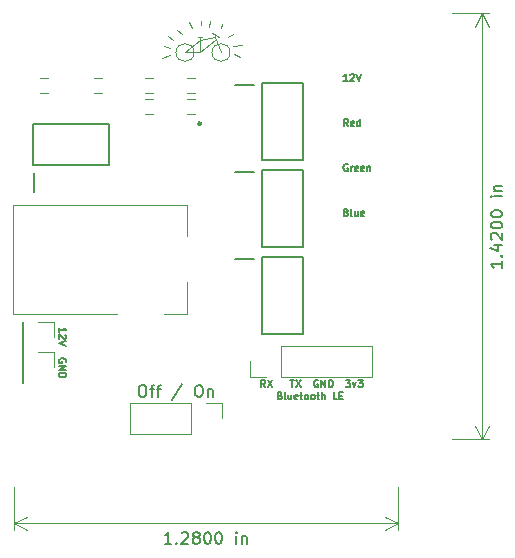
<source format=gbr>
G04 #@! TF.GenerationSoftware,KiCad,Pcbnew,(5.1.5)-3*
G04 #@! TF.CreationDate,2020-08-28T15:18:22-04:00*
G04 #@! TF.ProjectId,BikeLightComputerRev2,42696b65-4c69-4676-9874-436f6d707574,rev?*
G04 #@! TF.SameCoordinates,Original*
G04 #@! TF.FileFunction,Legend,Top*
G04 #@! TF.FilePolarity,Positive*
%FSLAX46Y46*%
G04 Gerber Fmt 4.6, Leading zero omitted, Abs format (unit mm)*
G04 Created by KiCad (PCBNEW (5.1.5)-3) date 2020-08-28 15:18:22*
%MOMM*%
%LPD*%
G04 APERTURE LIST*
%ADD10C,0.150000*%
%ADD11C,0.120000*%
%ADD12C,0.250000*%
%ADD13C,0.200000*%
G04 APERTURE END LIST*
D10*
X185110380Y-80906571D02*
X185110380Y-81478000D01*
X185110380Y-81192285D02*
X184110380Y-81192285D01*
X184253238Y-81287523D01*
X184348476Y-81382761D01*
X184396095Y-81478000D01*
X185015142Y-80478000D02*
X185062761Y-80430380D01*
X185110380Y-80478000D01*
X185062761Y-80525619D01*
X185015142Y-80478000D01*
X185110380Y-80478000D01*
X184443714Y-79573238D02*
X185110380Y-79573238D01*
X184062761Y-79811333D02*
X184777047Y-80049428D01*
X184777047Y-79430380D01*
X184205619Y-79097047D02*
X184158000Y-79049428D01*
X184110380Y-78954190D01*
X184110380Y-78716095D01*
X184158000Y-78620857D01*
X184205619Y-78573238D01*
X184300857Y-78525619D01*
X184396095Y-78525619D01*
X184538952Y-78573238D01*
X185110380Y-79144666D01*
X185110380Y-78525619D01*
X184110380Y-77906571D02*
X184110380Y-77811333D01*
X184158000Y-77716095D01*
X184205619Y-77668476D01*
X184300857Y-77620857D01*
X184491333Y-77573238D01*
X184729428Y-77573238D01*
X184919904Y-77620857D01*
X185015142Y-77668476D01*
X185062761Y-77716095D01*
X185110380Y-77811333D01*
X185110380Y-77906571D01*
X185062761Y-78001809D01*
X185015142Y-78049428D01*
X184919904Y-78097047D01*
X184729428Y-78144666D01*
X184491333Y-78144666D01*
X184300857Y-78097047D01*
X184205619Y-78049428D01*
X184158000Y-78001809D01*
X184110380Y-77906571D01*
X184110380Y-76954190D02*
X184110380Y-76858952D01*
X184158000Y-76763714D01*
X184205619Y-76716095D01*
X184300857Y-76668476D01*
X184491333Y-76620857D01*
X184729428Y-76620857D01*
X184919904Y-76668476D01*
X185015142Y-76716095D01*
X185062761Y-76763714D01*
X185110380Y-76858952D01*
X185110380Y-76954190D01*
X185062761Y-77049428D01*
X185015142Y-77097047D01*
X184919904Y-77144666D01*
X184729428Y-77192285D01*
X184491333Y-77192285D01*
X184300857Y-77144666D01*
X184205619Y-77097047D01*
X184158000Y-77049428D01*
X184110380Y-76954190D01*
X185110380Y-75430380D02*
X184443714Y-75430380D01*
X184110380Y-75430380D02*
X184158000Y-75478000D01*
X184205619Y-75430380D01*
X184158000Y-75382761D01*
X184110380Y-75430380D01*
X184205619Y-75430380D01*
X184443714Y-74954190D02*
X185110380Y-74954190D01*
X184538952Y-74954190D02*
X184491333Y-74906571D01*
X184443714Y-74811333D01*
X184443714Y-74668476D01*
X184491333Y-74573238D01*
X184586571Y-74525619D01*
X185110380Y-74525619D01*
D11*
X183388000Y-96012000D02*
X183388000Y-59944000D01*
X180848000Y-96012000D02*
X183974421Y-96012000D01*
X180848000Y-59944000D02*
X183974421Y-59944000D01*
X183388000Y-59944000D02*
X183974421Y-61070504D01*
X183388000Y-59944000D02*
X182801579Y-61070504D01*
X183388000Y-96012000D02*
X183974421Y-94885496D01*
X183388000Y-96012000D02*
X182801579Y-94885496D01*
D10*
X157091428Y-104846380D02*
X156520000Y-104846380D01*
X156805714Y-104846380D02*
X156805714Y-103846380D01*
X156710476Y-103989238D01*
X156615238Y-104084476D01*
X156520000Y-104132095D01*
X157520000Y-104751142D02*
X157567619Y-104798761D01*
X157520000Y-104846380D01*
X157472380Y-104798761D01*
X157520000Y-104751142D01*
X157520000Y-104846380D01*
X157948571Y-103941619D02*
X157996190Y-103894000D01*
X158091428Y-103846380D01*
X158329523Y-103846380D01*
X158424761Y-103894000D01*
X158472380Y-103941619D01*
X158520000Y-104036857D01*
X158520000Y-104132095D01*
X158472380Y-104274952D01*
X157900952Y-104846380D01*
X158520000Y-104846380D01*
X159091428Y-104274952D02*
X158996190Y-104227333D01*
X158948571Y-104179714D01*
X158900952Y-104084476D01*
X158900952Y-104036857D01*
X158948571Y-103941619D01*
X158996190Y-103894000D01*
X159091428Y-103846380D01*
X159281904Y-103846380D01*
X159377142Y-103894000D01*
X159424761Y-103941619D01*
X159472380Y-104036857D01*
X159472380Y-104084476D01*
X159424761Y-104179714D01*
X159377142Y-104227333D01*
X159281904Y-104274952D01*
X159091428Y-104274952D01*
X158996190Y-104322571D01*
X158948571Y-104370190D01*
X158900952Y-104465428D01*
X158900952Y-104655904D01*
X158948571Y-104751142D01*
X158996190Y-104798761D01*
X159091428Y-104846380D01*
X159281904Y-104846380D01*
X159377142Y-104798761D01*
X159424761Y-104751142D01*
X159472380Y-104655904D01*
X159472380Y-104465428D01*
X159424761Y-104370190D01*
X159377142Y-104322571D01*
X159281904Y-104274952D01*
X160091428Y-103846380D02*
X160186666Y-103846380D01*
X160281904Y-103894000D01*
X160329523Y-103941619D01*
X160377142Y-104036857D01*
X160424761Y-104227333D01*
X160424761Y-104465428D01*
X160377142Y-104655904D01*
X160329523Y-104751142D01*
X160281904Y-104798761D01*
X160186666Y-104846380D01*
X160091428Y-104846380D01*
X159996190Y-104798761D01*
X159948571Y-104751142D01*
X159900952Y-104655904D01*
X159853333Y-104465428D01*
X159853333Y-104227333D01*
X159900952Y-104036857D01*
X159948571Y-103941619D01*
X159996190Y-103894000D01*
X160091428Y-103846380D01*
X161043809Y-103846380D02*
X161139047Y-103846380D01*
X161234285Y-103894000D01*
X161281904Y-103941619D01*
X161329523Y-104036857D01*
X161377142Y-104227333D01*
X161377142Y-104465428D01*
X161329523Y-104655904D01*
X161281904Y-104751142D01*
X161234285Y-104798761D01*
X161139047Y-104846380D01*
X161043809Y-104846380D01*
X160948571Y-104798761D01*
X160900952Y-104751142D01*
X160853333Y-104655904D01*
X160805714Y-104465428D01*
X160805714Y-104227333D01*
X160853333Y-104036857D01*
X160900952Y-103941619D01*
X160948571Y-103894000D01*
X161043809Y-103846380D01*
X162567619Y-104846380D02*
X162567619Y-104179714D01*
X162567619Y-103846380D02*
X162520000Y-103894000D01*
X162567619Y-103941619D01*
X162615238Y-103894000D01*
X162567619Y-103846380D01*
X162567619Y-103941619D01*
X163043809Y-104179714D02*
X163043809Y-104846380D01*
X163043809Y-104274952D02*
X163091428Y-104227333D01*
X163186666Y-104179714D01*
X163329523Y-104179714D01*
X163424761Y-104227333D01*
X163472380Y-104322571D01*
X163472380Y-104846380D01*
D11*
X143764000Y-103124000D02*
X176276000Y-103124000D01*
X143764000Y-100076000D02*
X143764000Y-103710421D01*
X176276000Y-100076000D02*
X176276000Y-103710421D01*
X176276000Y-103124000D02*
X175149496Y-103710421D01*
X176276000Y-103124000D02*
X175149496Y-102537579D01*
X143764000Y-103124000D02*
X144890504Y-103710421D01*
X143764000Y-103124000D02*
X144890504Y-102537579D01*
X156972000Y-63500000D02*
X156337000Y-63754000D01*
X156972000Y-62865000D02*
X156464000Y-62738000D01*
X157226000Y-62230000D02*
X156845000Y-61849000D01*
X157988000Y-61722000D02*
X157607000Y-61341000D01*
X158877000Y-61214000D02*
X158623000Y-60706000D01*
X159639000Y-60960000D02*
X159639000Y-60579000D01*
X160274000Y-61087000D02*
X160401000Y-60579000D01*
X161290000Y-61214000D02*
X161417000Y-60833000D01*
X161925000Y-61976000D02*
X162306000Y-61722000D01*
X162306000Y-62738000D02*
X163068000Y-62611000D01*
X162433000Y-63373000D02*
X162941000Y-63627000D01*
X160528000Y-61595000D02*
X161163000Y-61912500D01*
X160782000Y-61722000D02*
X160528000Y-61595000D01*
X159512000Y-63246000D02*
X159512000Y-62230000D01*
X162052000Y-63246000D02*
G75*
G03X162052000Y-63246000I-762000J0D01*
G01*
X159004000Y-63246000D02*
G75*
G03X159004000Y-63246000I-762000J0D01*
G01*
X159004000Y-63246000D02*
G75*
G03X159004000Y-63246000I-762000J0D01*
G01*
X158242000Y-63246000D02*
X159512000Y-63246000D01*
X161290000Y-63246000D02*
X160782000Y-61976000D01*
X160782000Y-61976000D02*
X160782000Y-61722000D01*
X159512000Y-62230000D02*
X160782000Y-61976000D01*
X159321500Y-61976000D02*
X159702500Y-61976000D01*
X159512000Y-63246000D02*
X160782000Y-62230000D01*
X159512000Y-61976000D02*
X159321500Y-61976000D01*
X159512000Y-62230000D02*
X159512000Y-61976000D01*
X159512000Y-62230000D02*
X158242000Y-63246000D01*
D10*
X171890357Y-76792142D02*
X171976071Y-76820714D01*
X172004642Y-76849285D01*
X172033214Y-76906428D01*
X172033214Y-76992142D01*
X172004642Y-77049285D01*
X171976071Y-77077857D01*
X171918928Y-77106428D01*
X171690357Y-77106428D01*
X171690357Y-76506428D01*
X171890357Y-76506428D01*
X171947500Y-76535000D01*
X171976071Y-76563571D01*
X172004642Y-76620714D01*
X172004642Y-76677857D01*
X171976071Y-76735000D01*
X171947500Y-76763571D01*
X171890357Y-76792142D01*
X171690357Y-76792142D01*
X172376071Y-77106428D02*
X172318928Y-77077857D01*
X172290357Y-77020714D01*
X172290357Y-76506428D01*
X172861785Y-76706428D02*
X172861785Y-77106428D01*
X172604642Y-76706428D02*
X172604642Y-77020714D01*
X172633214Y-77077857D01*
X172690357Y-77106428D01*
X172776071Y-77106428D01*
X172833214Y-77077857D01*
X172861785Y-77049285D01*
X173376071Y-77077857D02*
X173318928Y-77106428D01*
X173204642Y-77106428D01*
X173147500Y-77077857D01*
X173118928Y-77020714D01*
X173118928Y-76792142D01*
X173147500Y-76735000D01*
X173204642Y-76706428D01*
X173318928Y-76706428D01*
X173376071Y-76735000D01*
X173404642Y-76792142D01*
X173404642Y-76849285D01*
X173118928Y-76906428D01*
X172004642Y-72725000D02*
X171947500Y-72696428D01*
X171861785Y-72696428D01*
X171776071Y-72725000D01*
X171718928Y-72782142D01*
X171690357Y-72839285D01*
X171661785Y-72953571D01*
X171661785Y-73039285D01*
X171690357Y-73153571D01*
X171718928Y-73210714D01*
X171776071Y-73267857D01*
X171861785Y-73296428D01*
X171918928Y-73296428D01*
X172004642Y-73267857D01*
X172033214Y-73239285D01*
X172033214Y-73039285D01*
X171918928Y-73039285D01*
X172290357Y-73296428D02*
X172290357Y-72896428D01*
X172290357Y-73010714D02*
X172318928Y-72953571D01*
X172347500Y-72925000D01*
X172404642Y-72896428D01*
X172461785Y-72896428D01*
X172890357Y-73267857D02*
X172833214Y-73296428D01*
X172718928Y-73296428D01*
X172661785Y-73267857D01*
X172633214Y-73210714D01*
X172633214Y-72982142D01*
X172661785Y-72925000D01*
X172718928Y-72896428D01*
X172833214Y-72896428D01*
X172890357Y-72925000D01*
X172918928Y-72982142D01*
X172918928Y-73039285D01*
X172633214Y-73096428D01*
X173404642Y-73267857D02*
X173347500Y-73296428D01*
X173233214Y-73296428D01*
X173176071Y-73267857D01*
X173147500Y-73210714D01*
X173147500Y-72982142D01*
X173176071Y-72925000D01*
X173233214Y-72896428D01*
X173347500Y-72896428D01*
X173404642Y-72925000D01*
X173433214Y-72982142D01*
X173433214Y-73039285D01*
X173147500Y-73096428D01*
X173690357Y-72896428D02*
X173690357Y-73296428D01*
X173690357Y-72953571D02*
X173718928Y-72925000D01*
X173776071Y-72896428D01*
X173861785Y-72896428D01*
X173918928Y-72925000D01*
X173947500Y-72982142D01*
X173947500Y-73296428D01*
X172033214Y-69486428D02*
X171833214Y-69200714D01*
X171690357Y-69486428D02*
X171690357Y-68886428D01*
X171918928Y-68886428D01*
X171976071Y-68915000D01*
X172004642Y-68943571D01*
X172033214Y-69000714D01*
X172033214Y-69086428D01*
X172004642Y-69143571D01*
X171976071Y-69172142D01*
X171918928Y-69200714D01*
X171690357Y-69200714D01*
X172518928Y-69457857D02*
X172461785Y-69486428D01*
X172347500Y-69486428D01*
X172290357Y-69457857D01*
X172261785Y-69400714D01*
X172261785Y-69172142D01*
X172290357Y-69115000D01*
X172347500Y-69086428D01*
X172461785Y-69086428D01*
X172518928Y-69115000D01*
X172547500Y-69172142D01*
X172547500Y-69229285D01*
X172261785Y-69286428D01*
X173061785Y-69486428D02*
X173061785Y-68886428D01*
X173061785Y-69457857D02*
X173004642Y-69486428D01*
X172890357Y-69486428D01*
X172833214Y-69457857D01*
X172804642Y-69429285D01*
X172776071Y-69372142D01*
X172776071Y-69200714D01*
X172804642Y-69143571D01*
X172833214Y-69115000D01*
X172890357Y-69086428D01*
X173004642Y-69086428D01*
X173061785Y-69115000D01*
X172004642Y-65676428D02*
X171661785Y-65676428D01*
X171833214Y-65676428D02*
X171833214Y-65076428D01*
X171776071Y-65162142D01*
X171718928Y-65219285D01*
X171661785Y-65247857D01*
X172233214Y-65133571D02*
X172261785Y-65105000D01*
X172318928Y-65076428D01*
X172461785Y-65076428D01*
X172518928Y-65105000D01*
X172547500Y-65133571D01*
X172576071Y-65190714D01*
X172576071Y-65247857D01*
X172547500Y-65333571D01*
X172204642Y-65676428D01*
X172576071Y-65676428D01*
X172747500Y-65076428D02*
X172947500Y-65676428D01*
X173147500Y-65076428D01*
X165048214Y-91567428D02*
X164848214Y-91281714D01*
X164705357Y-91567428D02*
X164705357Y-90967428D01*
X164933928Y-90967428D01*
X164991071Y-90996000D01*
X165019642Y-91024571D01*
X165048214Y-91081714D01*
X165048214Y-91167428D01*
X165019642Y-91224571D01*
X164991071Y-91253142D01*
X164933928Y-91281714D01*
X164705357Y-91281714D01*
X165248214Y-90967428D02*
X165648214Y-91567428D01*
X165648214Y-90967428D02*
X165248214Y-91567428D01*
X167162500Y-90967428D02*
X167505357Y-90967428D01*
X167333928Y-91567428D02*
X167333928Y-90967428D01*
X167648214Y-90967428D02*
X168048214Y-91567428D01*
X168048214Y-90967428D02*
X167648214Y-91567428D01*
X169505357Y-90996000D02*
X169448214Y-90967428D01*
X169362500Y-90967428D01*
X169276785Y-90996000D01*
X169219642Y-91053142D01*
X169191071Y-91110285D01*
X169162500Y-91224571D01*
X169162500Y-91310285D01*
X169191071Y-91424571D01*
X169219642Y-91481714D01*
X169276785Y-91538857D01*
X169362500Y-91567428D01*
X169419642Y-91567428D01*
X169505357Y-91538857D01*
X169533928Y-91510285D01*
X169533928Y-91310285D01*
X169419642Y-91310285D01*
X169791071Y-91567428D02*
X169791071Y-90967428D01*
X170133928Y-91567428D01*
X170133928Y-90967428D01*
X170419642Y-91567428D02*
X170419642Y-90967428D01*
X170562500Y-90967428D01*
X170648214Y-90996000D01*
X170705357Y-91053142D01*
X170733928Y-91110285D01*
X170762500Y-91224571D01*
X170762500Y-91310285D01*
X170733928Y-91424571D01*
X170705357Y-91481714D01*
X170648214Y-91538857D01*
X170562500Y-91567428D01*
X170419642Y-91567428D01*
X171876785Y-90967428D02*
X172248214Y-90967428D01*
X172048214Y-91196000D01*
X172133928Y-91196000D01*
X172191071Y-91224571D01*
X172219642Y-91253142D01*
X172248214Y-91310285D01*
X172248214Y-91453142D01*
X172219642Y-91510285D01*
X172191071Y-91538857D01*
X172133928Y-91567428D01*
X171962500Y-91567428D01*
X171905357Y-91538857D01*
X171876785Y-91510285D01*
X172448214Y-91167428D02*
X172591071Y-91567428D01*
X172733928Y-91167428D01*
X172905357Y-90967428D02*
X173276785Y-90967428D01*
X173076785Y-91196000D01*
X173162500Y-91196000D01*
X173219642Y-91224571D01*
X173248214Y-91253142D01*
X173276785Y-91310285D01*
X173276785Y-91453142D01*
X173248214Y-91510285D01*
X173219642Y-91538857D01*
X173162500Y-91567428D01*
X172991071Y-91567428D01*
X172933928Y-91538857D01*
X172905357Y-91510285D01*
X166276785Y-92303142D02*
X166362500Y-92331714D01*
X166391071Y-92360285D01*
X166419642Y-92417428D01*
X166419642Y-92503142D01*
X166391071Y-92560285D01*
X166362500Y-92588857D01*
X166305357Y-92617428D01*
X166076785Y-92617428D01*
X166076785Y-92017428D01*
X166276785Y-92017428D01*
X166333928Y-92046000D01*
X166362500Y-92074571D01*
X166391071Y-92131714D01*
X166391071Y-92188857D01*
X166362500Y-92246000D01*
X166333928Y-92274571D01*
X166276785Y-92303142D01*
X166076785Y-92303142D01*
X166762500Y-92617428D02*
X166705357Y-92588857D01*
X166676785Y-92531714D01*
X166676785Y-92017428D01*
X167248214Y-92217428D02*
X167248214Y-92617428D01*
X166991071Y-92217428D02*
X166991071Y-92531714D01*
X167019642Y-92588857D01*
X167076785Y-92617428D01*
X167162500Y-92617428D01*
X167219642Y-92588857D01*
X167248214Y-92560285D01*
X167762500Y-92588857D02*
X167705357Y-92617428D01*
X167591071Y-92617428D01*
X167533928Y-92588857D01*
X167505357Y-92531714D01*
X167505357Y-92303142D01*
X167533928Y-92246000D01*
X167591071Y-92217428D01*
X167705357Y-92217428D01*
X167762500Y-92246000D01*
X167791071Y-92303142D01*
X167791071Y-92360285D01*
X167505357Y-92417428D01*
X167962500Y-92217428D02*
X168191071Y-92217428D01*
X168048214Y-92017428D02*
X168048214Y-92531714D01*
X168076785Y-92588857D01*
X168133928Y-92617428D01*
X168191071Y-92617428D01*
X168476785Y-92617428D02*
X168419642Y-92588857D01*
X168391071Y-92560285D01*
X168362500Y-92503142D01*
X168362500Y-92331714D01*
X168391071Y-92274571D01*
X168419642Y-92246000D01*
X168476785Y-92217428D01*
X168562500Y-92217428D01*
X168619642Y-92246000D01*
X168648214Y-92274571D01*
X168676785Y-92331714D01*
X168676785Y-92503142D01*
X168648214Y-92560285D01*
X168619642Y-92588857D01*
X168562500Y-92617428D01*
X168476785Y-92617428D01*
X169019642Y-92617428D02*
X168962500Y-92588857D01*
X168933928Y-92560285D01*
X168905357Y-92503142D01*
X168905357Y-92331714D01*
X168933928Y-92274571D01*
X168962500Y-92246000D01*
X169019642Y-92217428D01*
X169105357Y-92217428D01*
X169162500Y-92246000D01*
X169191071Y-92274571D01*
X169219642Y-92331714D01*
X169219642Y-92503142D01*
X169191071Y-92560285D01*
X169162500Y-92588857D01*
X169105357Y-92617428D01*
X169019642Y-92617428D01*
X169391071Y-92217428D02*
X169619642Y-92217428D01*
X169476785Y-92017428D02*
X169476785Y-92531714D01*
X169505357Y-92588857D01*
X169562500Y-92617428D01*
X169619642Y-92617428D01*
X169819642Y-92617428D02*
X169819642Y-92017428D01*
X170076785Y-92617428D02*
X170076785Y-92303142D01*
X170048214Y-92246000D01*
X169991071Y-92217428D01*
X169905357Y-92217428D01*
X169848214Y-92246000D01*
X169819642Y-92274571D01*
X171105357Y-92617428D02*
X170819642Y-92617428D01*
X170819642Y-92017428D01*
X171305357Y-92303142D02*
X171505357Y-92303142D01*
X171591071Y-92617428D02*
X171305357Y-92617428D01*
X171305357Y-92017428D01*
X171591071Y-92017428D01*
X154551428Y-91400380D02*
X154741904Y-91400380D01*
X154837142Y-91448000D01*
X154932380Y-91543238D01*
X154980000Y-91733714D01*
X154980000Y-92067047D01*
X154932380Y-92257523D01*
X154837142Y-92352761D01*
X154741904Y-92400380D01*
X154551428Y-92400380D01*
X154456190Y-92352761D01*
X154360952Y-92257523D01*
X154313333Y-92067047D01*
X154313333Y-91733714D01*
X154360952Y-91543238D01*
X154456190Y-91448000D01*
X154551428Y-91400380D01*
X155265714Y-91733714D02*
X155646666Y-91733714D01*
X155408571Y-92400380D02*
X155408571Y-91543238D01*
X155456190Y-91448000D01*
X155551428Y-91400380D01*
X155646666Y-91400380D01*
X155837142Y-91733714D02*
X156218095Y-91733714D01*
X155980000Y-92400380D02*
X155980000Y-91543238D01*
X156027619Y-91448000D01*
X156122857Y-91400380D01*
X156218095Y-91400380D01*
X158027619Y-91352761D02*
X157170476Y-92638476D01*
X159313333Y-91400380D02*
X159503809Y-91400380D01*
X159599047Y-91448000D01*
X159694285Y-91543238D01*
X159741904Y-91733714D01*
X159741904Y-92067047D01*
X159694285Y-92257523D01*
X159599047Y-92352761D01*
X159503809Y-92400380D01*
X159313333Y-92400380D01*
X159218095Y-92352761D01*
X159122857Y-92257523D01*
X159075238Y-92067047D01*
X159075238Y-91733714D01*
X159122857Y-91543238D01*
X159218095Y-91448000D01*
X159313333Y-91400380D01*
X160170476Y-91733714D02*
X160170476Y-92400380D01*
X160170476Y-91828952D02*
X160218095Y-91781333D01*
X160313333Y-91733714D01*
X160456190Y-91733714D01*
X160551428Y-91781333D01*
X160599047Y-91876571D01*
X160599047Y-92400380D01*
X147556571Y-86914642D02*
X147556571Y-86571785D01*
X147556571Y-86743214D02*
X148156571Y-86743214D01*
X148070857Y-86686071D01*
X148013714Y-86628928D01*
X147985142Y-86571785D01*
X148099428Y-87143214D02*
X148128000Y-87171785D01*
X148156571Y-87228928D01*
X148156571Y-87371785D01*
X148128000Y-87428928D01*
X148099428Y-87457500D01*
X148042285Y-87486071D01*
X147985142Y-87486071D01*
X147899428Y-87457500D01*
X147556571Y-87114642D01*
X147556571Y-87486071D01*
X148156571Y-87657500D02*
X147556571Y-87857500D01*
X148156571Y-88057500D01*
X148128000Y-89486071D02*
X148156571Y-89428928D01*
X148156571Y-89343214D01*
X148128000Y-89257500D01*
X148070857Y-89200357D01*
X148013714Y-89171785D01*
X147899428Y-89143214D01*
X147813714Y-89143214D01*
X147699428Y-89171785D01*
X147642285Y-89200357D01*
X147585142Y-89257500D01*
X147556571Y-89343214D01*
X147556571Y-89400357D01*
X147585142Y-89486071D01*
X147613714Y-89514642D01*
X147813714Y-89514642D01*
X147813714Y-89400357D01*
X147556571Y-89771785D02*
X148156571Y-89771785D01*
X147556571Y-90114642D01*
X148156571Y-90114642D01*
X147556571Y-90400357D02*
X148156571Y-90400357D01*
X148156571Y-90543214D01*
X148128000Y-90628928D01*
X148070857Y-90686071D01*
X148013714Y-90714642D01*
X147899428Y-90743214D01*
X147813714Y-90743214D01*
X147699428Y-90714642D01*
X147642285Y-90686071D01*
X147585142Y-90628928D01*
X147556571Y-90543214D01*
X147556571Y-90400357D01*
D12*
X159597000Y-69261000D02*
G75*
G03X159597000Y-69261000I-125000J0D01*
G01*
D13*
X162472000Y-65963000D02*
X164072000Y-65963000D01*
X164722000Y-72313000D02*
X164722000Y-65863000D01*
X168222000Y-72313000D02*
X164722000Y-72313000D01*
X168222000Y-65863000D02*
X168222000Y-72313000D01*
X164722000Y-65863000D02*
X168222000Y-65863000D01*
X164722000Y-73229000D02*
X168222000Y-73229000D01*
X168222000Y-73229000D02*
X168222000Y-79679000D01*
X168222000Y-79679000D02*
X164722000Y-79679000D01*
X164722000Y-79679000D02*
X164722000Y-73229000D01*
X162472000Y-73329000D02*
X164072000Y-73329000D01*
X162472000Y-80695000D02*
X164072000Y-80695000D01*
X164722000Y-87045000D02*
X164722000Y-80595000D01*
X168222000Y-87045000D02*
X164722000Y-87045000D01*
X168222000Y-80595000D02*
X168222000Y-87045000D01*
X164722000Y-80595000D02*
X168222000Y-80595000D01*
D11*
X154844000Y-67218000D02*
X155544000Y-67218000D01*
X155544000Y-68418000D02*
X154844000Y-68418000D01*
X154844000Y-65440000D02*
X155544000Y-65440000D01*
X155544000Y-66640000D02*
X154844000Y-66640000D01*
X158400000Y-65440000D02*
X159100000Y-65440000D01*
X159100000Y-66640000D02*
X158400000Y-66640000D01*
X159088000Y-68418000D02*
X158388000Y-68418000D01*
X158388000Y-67218000D02*
X159088000Y-67218000D01*
X150538000Y-65440000D02*
X151238000Y-65440000D01*
X151238000Y-66640000D02*
X150538000Y-66640000D01*
X145966000Y-65440000D02*
X146666000Y-65440000D01*
X146666000Y-66640000D02*
X145966000Y-66640000D01*
D13*
X145465000Y-75018000D02*
X145465000Y-73418000D01*
X151815000Y-72768000D02*
X145365000Y-72768000D01*
X151815000Y-69268000D02*
X151815000Y-72768000D01*
X145365000Y-69268000D02*
X151815000Y-69268000D01*
X145365000Y-72768000D02*
X145365000Y-69268000D01*
D11*
X147126000Y-86046000D02*
X147126000Y-87376000D01*
X145796000Y-86046000D02*
X147126000Y-86046000D01*
X144526000Y-88706000D02*
X144526000Y-86046000D01*
X144466000Y-88706000D02*
X144526000Y-88706000D01*
X144466000Y-86046000D02*
X144466000Y-88706000D01*
X144526000Y-86046000D02*
X144466000Y-86046000D01*
X144526000Y-88586000D02*
X144466000Y-88586000D01*
X144466000Y-88586000D02*
X144466000Y-91246000D01*
X144466000Y-91246000D02*
X144526000Y-91246000D01*
X144526000Y-91246000D02*
X144526000Y-88586000D01*
X145796000Y-88586000D02*
X147126000Y-88586000D01*
X147126000Y-88586000D02*
X147126000Y-89916000D01*
X163770000Y-90738000D02*
X163770000Y-89408000D01*
X165100000Y-90738000D02*
X163770000Y-90738000D01*
X166370000Y-88078000D02*
X166370000Y-90738000D01*
X174050000Y-88078000D02*
X166370000Y-88078000D01*
X174050000Y-90738000D02*
X174050000Y-88078000D01*
X166370000Y-90738000D02*
X174050000Y-90738000D01*
X161350000Y-92904000D02*
X161350000Y-94234000D01*
X160020000Y-92904000D02*
X161350000Y-92904000D01*
X158750000Y-95564000D02*
X158750000Y-92904000D01*
X153610000Y-95564000D02*
X158750000Y-95564000D01*
X153610000Y-92904000D02*
X153610000Y-95564000D01*
X158750000Y-92904000D02*
X153610000Y-92904000D01*
X158380000Y-76172000D02*
X158380000Y-78772000D01*
X143680000Y-76172000D02*
X158380000Y-76172000D01*
X158380000Y-85372000D02*
X156480000Y-85372000D01*
X158380000Y-82672000D02*
X158380000Y-85372000D01*
X143680000Y-85372000D02*
X143680000Y-76172000D01*
X152480000Y-85372000D02*
X143680000Y-85372000D01*
M02*

</source>
